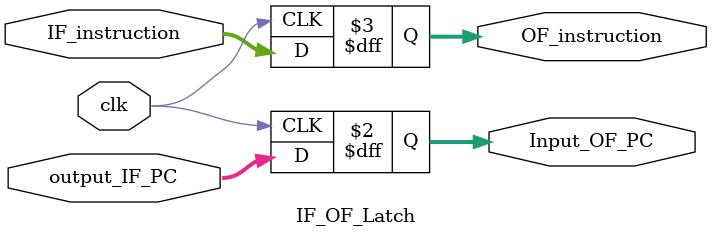
<source format=v>
module IF_OF_Latch(
    input clk,
    input [9:0] output_IF_PC,
    input [31:0] IF_instruction,
    output  reg[9:0] Input_OF_PC,
    output reg [31:0] OF_instruction
);

always @(negedge clk) begin
    #2
    Input_OF_PC <= output_IF_PC;
    OF_instruction <= IF_instruction;
end

endmodule
</source>
